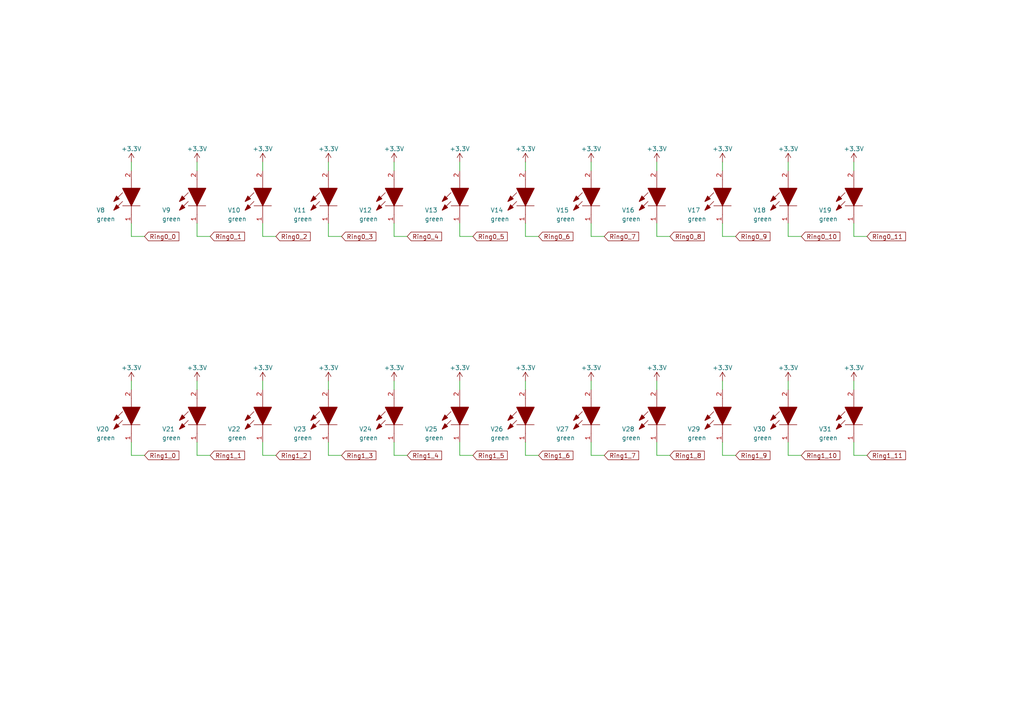
<source format=kicad_sch>
(kicad_sch (version 20211123) (generator eeschema)
  (paper "A4")
  (title_block (title "SmartWatch - [4] LEDs") (date "2022-06-19") (comment 4 "Simon Brenninger"))
  (lib_symbols
    (symbol "LED green:150080GS75000" (pin_names (offset 0.762))
      (property "Reference" "LED" (at 12.7 8.89 0))
      (property "Value" "150080GS75000" (at 12.7 6.35 0))
      (symbol "150080GS75000_0_0"
        (pin passive line (at 0 0 0) (length 2.54) (name "~") (number "1"))
        (pin passive line (at 15.24 0 180) (length 2.54) (name "~") (number "2"))
      )
      (symbol "150080GS75000_0_1"
        (polyline (pts (xy 2.54 0) (xy 5.08 0)) (stroke (width 0.1524)))
        (polyline (pts (xy 5.08 2.54) (xy 5.08 -2.54)) (stroke (width 0.1524)))
        (polyline (pts (xy 6.35 2.54) (xy 3.81 5.08)) (stroke (width 0.1524)))
        (polyline (pts (xy 8.89 2.54) (xy 6.35 5.08)) (stroke (width 0.1524)))
        (polyline (pts (xy 10.16 0) (xy 12.7 0)) (stroke (width 0.1524)))
        (polyline (pts (xy 5.08 0) (xy 10.16 2.54) (xy 10.16 -2.54) (xy 5.08 0)) (stroke (width 0.254)) (fill (type outline)))
        (polyline (pts (xy 5.334 4.318) (xy 4.572 3.556) (xy 3.81 5.08) (xy 5.334 4.318)) (stroke (width 0.254)) (fill (type outline)))
        (polyline (pts (xy 7.874 4.318) (xy 7.112 3.556) (xy 6.35 5.08) (xy 7.874 4.318)) (stroke (width 0.254)) (fill (type outline)))
      )
    )
    (symbol "power:+3.3V" (power) (pin_names (offset 0))
      (property "Value" "+3.3V" (at 0 3.556 0))
      (symbol "+3.3V_0_1"
        (polyline (pts (xy -0.762 1.27) (xy 0 2.54)))
        (polyline (pts (xy 0 0) (xy 0 2.54)))
        (polyline (pts (xy 0 2.54) (xy 0.762 1.27)))
      )
      (symbol "+3.3V_1_1"
        (pin power_in line (at 0 0 90) (length 0) hide (name "+3.3V") (number "1"))
      )
    )
  )
  (wire (pts (xy 76.2 128.27) (xy 76.2 132.08)))
  (wire (pts (xy 209.55 64.77) (xy 209.55 68.58)))
  (wire (pts (xy 209.55 46.99) (xy 209.55 49.53)))
  (wire (pts (xy 57.15 110.49) (xy 57.15 113.03)))
  (wire (pts (xy 114.3 46.99) (xy 114.3 49.53)))
  (wire (pts (xy 247.65 64.77) (xy 247.65 68.58)))
  (wire (pts (xy 228.6 46.99) (xy 228.6 49.53)))
  (wire (pts (xy 190.5 46.99) (xy 190.5 49.53)))
  (wire (pts (xy 247.65 46.99) (xy 247.65 49.53)))
  (wire (pts (xy 209.55 110.49) (xy 209.55 113.03)))
  (wire (pts (xy 152.4 46.99) (xy 152.4 49.53)))
  (wire (pts (xy 38.1 128.27) (xy 38.1 132.08)))
  (wire (pts (xy 247.65 128.27) (xy 247.65 132.08)))
  (wire (pts (xy 114.3 64.77) (xy 114.3 68.58)))
  (wire (pts (xy 152.4 132.08) (xy 156.21 132.08)))
  (wire (pts (xy 76.2 110.49) (xy 76.2 113.03)))
  (wire (pts (xy 95.25 128.27) (xy 95.25 132.08)))
  (wire (pts (xy 38.1 132.08) (xy 41.91 132.08)))
  (wire (pts (xy 95.25 132.08) (xy 99.06 132.08)))
  (wire (pts (xy 152.4 64.77) (xy 152.4 68.58)))
  (wire (pts (xy 57.15 64.77) (xy 57.15 68.58)))
  (wire (pts (xy 57.15 132.08) (xy 60.96 132.08)))
  (wire (pts (xy 228.6 132.08) (xy 232.41 132.08)))
  (wire (pts (xy 76.2 68.58) (xy 80.01 68.58)))
  (wire (pts (xy 247.65 110.49) (xy 247.65 113.03)))
  (wire (pts (xy 133.35 68.58) (xy 137.16 68.58)))
  (wire (pts (xy 190.5 128.27) (xy 190.5 132.08)))
  (wire (pts (xy 95.25 46.99) (xy 95.25 49.53)))
  (wire (pts (xy 133.35 132.08) (xy 137.16 132.08)))
  (wire (pts (xy 57.15 46.99) (xy 57.15 49.53)))
  (wire (pts (xy 171.45 46.99) (xy 171.45 49.53)))
  (wire (pts (xy 95.25 68.58) (xy 99.06 68.58)))
  (wire (pts (xy 209.55 128.27) (xy 209.55 132.08)))
  (wire (pts (xy 247.65 68.58) (xy 251.46 68.58)))
  (wire (pts (xy 38.1 64.77) (xy 38.1 68.58)))
  (wire (pts (xy 114.3 128.27) (xy 114.3 132.08)))
  (wire (pts (xy 190.5 64.77) (xy 190.5 68.58)))
  (wire (pts (xy 57.15 128.27) (xy 57.15 132.08)))
  (wire (pts (xy 133.35 64.77) (xy 133.35 68.58)))
  (wire (pts (xy 209.55 68.58) (xy 213.36 68.58)))
  (wire (pts (xy 171.45 68.58) (xy 175.26 68.58)))
  (wire (pts (xy 133.35 46.99) (xy 133.35 49.53)))
  (wire (pts (xy 171.45 128.27) (xy 171.45 132.08)))
  (wire (pts (xy 190.5 132.08) (xy 194.31 132.08)))
  (wire (pts (xy 133.35 110.49) (xy 133.35 113.03)))
  (wire (pts (xy 114.3 68.58) (xy 118.11 68.58)))
  (wire (pts (xy 133.35 128.27) (xy 133.35 132.08)))
  (wire (pts (xy 190.5 68.58) (xy 194.31 68.58)))
  (wire (pts (xy 57.15 68.58) (xy 60.96 68.58)))
  (wire (pts (xy 209.55 132.08) (xy 213.36 132.08)))
  (wire (pts (xy 38.1 68.58) (xy 41.91 68.58)))
  (wire (pts (xy 228.6 110.49) (xy 228.6 113.03)))
  (wire (pts (xy 76.2 132.08) (xy 80.01 132.08)))
  (wire (pts (xy 95.25 64.77) (xy 95.25 68.58)))
  (wire (pts (xy 76.2 46.99) (xy 76.2 49.53)))
  (wire (pts (xy 114.3 110.49) (xy 114.3 113.03)))
  (wire (pts (xy 190.5 110.49) (xy 190.5 113.03)))
  (wire (pts (xy 171.45 110.49) (xy 171.45 113.03)))
  (wire (pts (xy 228.6 64.77) (xy 228.6 68.58)))
  (wire (pts (xy 95.25 110.49) (xy 95.25 113.03)))
  (wire (pts (xy 76.2 64.77) (xy 76.2 68.58)))
  (wire (pts (xy 152.4 110.49) (xy 152.4 113.03)))
  (wire (pts (xy 114.3 132.08) (xy 118.11 132.08)))
  (wire (pts (xy 228.6 128.27) (xy 228.6 132.08)))
  (wire (pts (xy 171.45 132.08) (xy 175.26 132.08)))
  (wire (pts (xy 38.1 110.49) (xy 38.1 113.03)))
  (wire (pts (xy 228.6 68.58) (xy 232.41 68.58)))
  (wire (pts (xy 247.65 132.08) (xy 251.46 132.08)))
  (wire (pts (xy 152.4 128.27) (xy 152.4 132.08)))
  (wire (pts (xy 38.1 46.99) (xy 38.1 49.53)))
  (wire (pts (xy 152.4 68.58) (xy 156.21 68.58)))
  (wire (pts (xy 171.45 64.77) (xy 171.45 68.58)))
  (global_label "Ring1_7" (shape input) (at 175.26 132.08 0) (property "Intersheet References" "${INTERSHEET_REFS}" (effects hide)))
  (global_label "Ring1_5" (shape input) (at 137.16 132.08 0) (property "Intersheet References" "${INTERSHEET_REFS}" (effects hide)))
  (global_label "Ring0_3" (shape input) (at 99.06 68.58 0) (property "Intersheet References" "${INTERSHEET_REFS}" (effects hide)))
  (global_label "Ring1_1" (shape input) (at 60.96 132.08 0) (property "Intersheet References" "${INTERSHEET_REFS}" (effects hide)))
  (global_label "Ring1_11" (shape input) (at 251.46 132.08 0) (property "Intersheet References" "${INTERSHEET_REFS}" (effects hide)))
  (global_label "Ring1_10" (shape input) (at 232.41 132.08 0) (property "Intersheet References" "${INTERSHEET_REFS}" (effects hide)))
  (global_label "Ring1_2" (shape input) (at 80.01 132.08 0) (property "Intersheet References" "${INTERSHEET_REFS}" (effects hide)))
  (global_label "Ring0_10" (shape input) (at 232.41 68.58 0) (property "Intersheet References" "${INTERSHEET_REFS}" (effects hide)))
  (global_label "Ring0_5" (shape input) (at 137.16 68.58 0) (property "Intersheet References" "${INTERSHEET_REFS}" (effects hide)))
  (global_label "Ring1_3" (shape input) (at 99.06 132.08 0) (property "Intersheet References" "${INTERSHEET_REFS}" (effects hide)))
  (global_label "Ring0_2" (shape input) (at 80.01 68.58 0) (property "Intersheet References" "${INTERSHEET_REFS}" (effects hide)))
  (global_label "Ring1_4" (shape input) (at 118.11 132.08 0) (property "Intersheet References" "${INTERSHEET_REFS}" (effects hide)))
  (global_label "Ring1_9" (shape input) (at 213.36 132.08 0) (property "Intersheet References" "${INTERSHEET_REFS}" (effects hide)))
  (global_label "Ring1_0" (shape input) (at 41.91 132.08 0) (property "Intersheet References" "${INTERSHEET_REFS}" (effects hide)))
  (global_label "Ring0_11" (shape input) (at 251.46 68.58 0) (property "Intersheet References" "${INTERSHEET_REFS}" (effects hide)))
  (global_label "Ring0_9" (shape input) (at 213.36 68.58 0) (property "Intersheet References" "${INTERSHEET_REFS}" (effects hide)))
  (global_label "Ring1_8" (shape input) (at 194.31 132.08 0) (property "Intersheet References" "${INTERSHEET_REFS}" (effects hide)))
  (global_label "Ring0_8" (shape input) (at 194.31 68.58 0) (property "Intersheet References" "${INTERSHEET_REFS}" (effects hide)))
  (global_label "Ring0_0" (shape input) (at 41.91 68.58 0) (property "Intersheet References" "${INTERSHEET_REFS}" (effects hide)))
  (global_label "Ring1_6" (shape input) (at 156.21 132.08 0) (property "Intersheet References" "${INTERSHEET_REFS}" (effects hide)))
  (global_label "Ring0_6" (shape input) (at 156.21 68.58 0) (property "Intersheet References" "${INTERSHEET_REFS}" (effects hide)))
  (global_label "Ring0_7" (shape input) (at 175.26 68.58 0) (property "Intersheet References" "${INTERSHEET_REFS}" (effects hide)))
  (global_label "Ring0_4" (shape input) (at 118.11 68.58 0) (property "Intersheet References" "${INTERSHEET_REFS}" (effects hide)))
  (global_label "Ring0_1" (shape input) (at 60.96 68.58 0) (property "Intersheet References" "${INTERSHEET_REFS}" (effects hide)))
  (symbol (lib_id "LED green:150080GS75000") (at 76.2 64.77 90) (unit 1)
    (property "Reference" "V10" (at 66.04 60.96 90) (effects (justify right)))
    (property "Value" "green" (at 66.04 63.5 90) (effects (justify right)))
    (property "Footprint" "LED green:LEDM2012X80N" (effects hide))
    (property "Datasheet" "https://katalog.we-online.com/led/datasheet/150080GS75000.pdf" (effects hide))
    (property "Description" "150080GS75000, Wurth Elektronik WL-SMCW 520 nm Green LED, 2012 (0805) Clear SMD package" (effects hide))
    (property "Height" "0.8" (effects hide))
    (property "Mouser Part Number" "710-150080GS75000" (effects hide))
    (property "Mouser Price/Stock" "https://www.mouser.co.uk/ProductDetail/Wurth-Elektronik/150080GS75000?qs=2kOmHSv6VfQRoTEZVk1mGA%3D%3D" (effects hide))
    (property "Manufacturer_Name" "Wurth Elektronik" (effects hide))
    (property "Manufacturer_Part_Number" "150080GS75000" (effects hide))
  )
  (symbol (lib_id "power:+3.3V") (at 171.45 46.99 0) (unit 1)
    (property "Reference" "#PWR057" (effects hide))
    (property "Value" "+3.3V" (at 171.45 43.18 0))
  )
  (symbol (lib_id "LED green:150080GS75000") (at 133.35 64.77 90) (unit 1)
    (property "Reference" "V13" (at 123.19 60.96 90) (effects (justify right)))
    (property "Value" "green" (at 123.19 63.5 90) (effects (justify right)))
    (property "Footprint" "LED green:LEDM2012X80N" (effects hide))
    (property "Datasheet" "https://katalog.we-online.com/led/datasheet/150080GS75000.pdf" (effects hide))
    (property "Description" "150080GS75000, Wurth Elektronik WL-SMCW 520 nm Green LED, 2012 (0805) Clear SMD package" (effects hide))
    (property "Height" "0.8" (effects hide))
    (property "Mouser Part Number" "710-150080GS75000" (effects hide))
    (property "Mouser Price/Stock" "https://www.mouser.co.uk/ProductDetail/Wurth-Elektronik/150080GS75000?qs=2kOmHSv6VfQRoTEZVk1mGA%3D%3D" (effects hide))
    (property "Manufacturer_Name" "Wurth Elektronik" (effects hide))
    (property "Manufacturer_Part_Number" "150080GS75000" (effects hide))
  )
  (symbol (lib_id "power:+3.3V") (at 228.6 110.49 0) (unit 1)
    (property "Reference" "#PWR072" (effects hide))
    (property "Value" "+3.3V" (at 228.6 106.68 0))
  )
  (symbol (lib_id "power:+3.3V") (at 95.25 46.99 0) (unit 1)
    (property "Reference" "#PWR053" (effects hide))
    (property "Value" "+3.3V" (at 95.25 43.18 0))
  )
  (symbol (lib_id "LED green:150080GS75000") (at 171.45 64.77 90) (unit 1)
    (property "Reference" "V15" (at 161.29 60.96 90) (effects (justify right)))
    (property "Value" "green" (at 161.29 63.5 90) (effects (justify right)))
    (property "Footprint" "LED green:LEDM2012X80N" (effects hide))
    (property "Datasheet" "https://katalog.we-online.com/led/datasheet/150080GS75000.pdf" (effects hide))
    (property "Description" "150080GS75000, Wurth Elektronik WL-SMCW 520 nm Green LED, 2012 (0805) Clear SMD package" (effects hide))
    (property "Height" "0.8" (effects hide))
    (property "Mouser Part Number" "710-150080GS75000" (effects hide))
    (property "Mouser Price/Stock" "https://www.mouser.co.uk/ProductDetail/Wurth-Elektronik/150080GS75000?qs=2kOmHSv6VfQRoTEZVk1mGA%3D%3D" (effects hide))
    (property "Manufacturer_Name" "Wurth Elektronik" (effects hide))
    (property "Manufacturer_Part_Number" "150080GS75000" (effects hide))
  )
  (symbol (lib_id "LED green:150080GS75000") (at 152.4 64.77 90) (unit 1)
    (property "Reference" "V14" (at 142.24 60.96 90) (effects (justify right)))
    (property "Value" "green" (at 142.24 63.5 90) (effects (justify right)))
    (property "Footprint" "LED green:LEDM2012X80N" (effects hide))
    (property "Datasheet" "https://katalog.we-online.com/led/datasheet/150080GS75000.pdf" (effects hide))
    (property "Description" "150080GS75000, Wurth Elektronik WL-SMCW 520 nm Green LED, 2012 (0805) Clear SMD package" (effects hide))
    (property "Height" "0.8" (effects hide))
    (property "Mouser Part Number" "710-150080GS75000" (effects hide))
    (property "Mouser Price/Stock" "https://www.mouser.co.uk/ProductDetail/Wurth-Elektronik/150080GS75000?qs=2kOmHSv6VfQRoTEZVk1mGA%3D%3D" (effects hide))
    (property "Manufacturer_Name" "Wurth Elektronik" (effects hide))
    (property "Manufacturer_Part_Number" "150080GS75000" (effects hide))
  )
  (symbol (lib_id "LED green:150080GS75000") (at 38.1 128.27 90) (unit 1)
    (property "Reference" "V20" (at 27.94 124.46 90) (effects (justify right)))
    (property "Value" "green" (at 27.94 127 90) (effects (justify right)))
    (property "Footprint" "LED green:LEDM2012X80N" (effects hide))
    (property "Datasheet" "https://katalog.we-online.com/led/datasheet/150080GS75000.pdf" (effects hide))
    (property "Description" "150080GS75000, Wurth Elektronik WL-SMCW 520 nm Green LED, 2012 (0805) Clear SMD package" (effects hide))
    (property "Height" "0.8" (effects hide))
    (property "Mouser Part Number" "710-150080GS75000" (effects hide))
    (property "Mouser Price/Stock" "https://www.mouser.co.uk/ProductDetail/Wurth-Elektronik/150080GS75000?qs=2kOmHSv6VfQRoTEZVk1mGA%3D%3D" (effects hide))
    (property "Manufacturer_Name" "Wurth Elektronik" (effects hide))
    (property "Manufacturer_Part_Number" "150080GS75000" (effects hide))
  )
  (symbol (lib_id "LED green:150080GS75000") (at 171.45 128.27 90) (unit 1)
    (property "Reference" "V27" (at 161.29 124.46 90) (effects (justify right)))
    (property "Value" "green" (at 161.29 127 90) (effects (justify right)))
    (property "Footprint" "LED green:LEDM2012X80N" (effects hide))
    (property "Datasheet" "https://katalog.we-online.com/led/datasheet/150080GS75000.pdf" (effects hide))
    (property "Description" "150080GS75000, Wurth Elektronik WL-SMCW 520 nm Green LED, 2012 (0805) Clear SMD package" (effects hide))
    (property "Height" "0.8" (effects hide))
    (property "Mouser Part Number" "710-150080GS75000" (effects hide))
    (property "Mouser Price/Stock" "https://www.mouser.co.uk/ProductDetail/Wurth-Elektronik/150080GS75000?qs=2kOmHSv6VfQRoTEZVk1mGA%3D%3D" (effects hide))
    (property "Manufacturer_Name" "Wurth Elektronik" (effects hide))
    (property "Manufacturer_Part_Number" "150080GS75000" (effects hide))
  )
  (symbol (lib_id "power:+3.3V") (at 133.35 110.49 0) (unit 1)
    (property "Reference" "#PWR067" (effects hide))
    (property "Value" "+3.3V" (at 133.35 106.68 0))
  )
  (symbol (lib_id "power:+3.3V") (at 190.5 46.99 0) (unit 1)
    (property "Reference" "#PWR058" (effects hide))
    (property "Value" "+3.3V" (at 190.5 43.18 0))
  )
  (symbol (lib_id "LED green:150080GS75000") (at 38.1 64.77 90) (unit 1)
    (property "Reference" "V8" (at 27.94 60.96 90) (effects (justify right)))
    (property "Value" "green" (at 27.94 63.5 90) (effects (justify right)))
    (property "Footprint" "LED green:LEDM2012X80N" (effects hide))
    (property "Datasheet" "https://katalog.we-online.com/led/datasheet/150080GS75000.pdf" (effects hide))
    (property "Description" "150080GS75000, Wurth Elektronik WL-SMCW 520 nm Green LED, 2012 (0805) Clear SMD package" (effects hide))
    (property "Height" "0.8" (effects hide))
    (property "Mouser Part Number" "710-150080GS75000" (effects hide))
    (property "Mouser Price/Stock" "https://www.mouser.co.uk/ProductDetail/Wurth-Elektronik/150080GS75000?qs=2kOmHSv6VfQRoTEZVk1mGA%3D%3D" (effects hide))
    (property "Manufacturer_Name" "Wurth Elektronik" (effects hide))
    (property "Manufacturer_Part_Number" "150080GS75000" (effects hide))
  )
  (symbol (lib_id "LED green:150080GS75000") (at 247.65 128.27 90) (unit 1)
    (property "Reference" "V31" (at 237.49 124.46 90) (effects (justify right)))
    (property "Value" "green" (at 237.49 127 90) (effects (justify right)))
    (property "Footprint" "LED green:LEDM2012X80N" (effects hide))
    (property "Datasheet" "https://katalog.we-online.com/led/datasheet/150080GS75000.pdf" (effects hide))
    (property "Description" "150080GS75000, Wurth Elektronik WL-SMCW 520 nm Green LED, 2012 (0805) Clear SMD package" (effects hide))
    (property "Height" "0.8" (effects hide))
    (property "Mouser Part Number" "710-150080GS75000" (effects hide))
    (property "Mouser Price/Stock" "https://www.mouser.co.uk/ProductDetail/Wurth-Elektronik/150080GS75000?qs=2kOmHSv6VfQRoTEZVk1mGA%3D%3D" (effects hide))
    (property "Manufacturer_Name" "Wurth Elektronik" (effects hide))
    (property "Manufacturer_Part_Number" "150080GS75000" (effects hide))
  )
  (symbol (lib_id "power:+3.3V") (at 171.45 110.49 0) (unit 1)
    (property "Reference" "#PWR069" (effects hide))
    (property "Value" "+3.3V" (at 171.45 106.68 0))
  )
  (symbol (lib_id "LED green:150080GS75000") (at 57.15 64.77 90) (unit 1)
    (property "Reference" "V9" (at 46.99 60.96 90) (effects (justify right)))
    (property "Value" "green" (at 46.99 63.5 90) (effects (justify right)))
    (property "Footprint" "LED green:LEDM2012X80N" (effects hide))
    (property "Datasheet" "https://katalog.we-online.com/led/datasheet/150080GS75000.pdf" (effects hide))
    (property "Description" "150080GS75000, Wurth Elektronik WL-SMCW 520 nm Green LED, 2012 (0805) Clear SMD package" (effects hide))
    (property "Height" "0.8" (effects hide))
    (property "Mouser Part Number" "710-150080GS75000" (effects hide))
    (property "Mouser Price/Stock" "https://www.mouser.co.uk/ProductDetail/Wurth-Elektronik/150080GS75000?qs=2kOmHSv6VfQRoTEZVk1mGA%3D%3D" (effects hide))
    (property "Manufacturer_Name" "Wurth Elektronik" (effects hide))
    (property "Manufacturer_Part_Number" "150080GS75000" (effects hide))
  )
  (symbol (lib_id "LED green:150080GS75000") (at 209.55 128.27 90) (unit 1)
    (property "Reference" "V29" (at 199.39 124.46 90) (effects (justify right)))
    (property "Value" "green" (at 199.39 127 90) (effects (justify right)))
    (property "Footprint" "LED green:LEDM2012X80N" (effects hide))
    (property "Datasheet" "https://katalog.we-online.com/led/datasheet/150080GS75000.pdf" (effects hide))
    (property "Description" "150080GS75000, Wurth Elektronik WL-SMCW 520 nm Green LED, 2012 (0805) Clear SMD package" (effects hide))
    (property "Height" "0.8" (effects hide))
    (property "Mouser Part Number" "710-150080GS75000" (effects hide))
    (property "Mouser Price/Stock" "https://www.mouser.co.uk/ProductDetail/Wurth-Elektronik/150080GS75000?qs=2kOmHSv6VfQRoTEZVk1mGA%3D%3D" (effects hide))
    (property "Manufacturer_Name" "Wurth Elektronik" (effects hide))
    (property "Manufacturer_Part_Number" "150080GS75000" (effects hide))
  )
  (symbol (lib_id "LED green:150080GS75000") (at 228.6 64.77 90) (unit 1)
    (property "Reference" "V18" (at 218.44 60.96 90) (effects (justify right)))
    (property "Value" "green" (at 218.44 63.5 90) (effects (justify right)))
    (property "Footprint" "LED green:LEDM2012X80N" (effects hide))
    (property "Datasheet" "https://katalog.we-online.com/led/datasheet/150080GS75000.pdf" (effects hide))
    (property "Description" "150080GS75000, Wurth Elektronik WL-SMCW 520 nm Green LED, 2012 (0805) Clear SMD package" (effects hide))
    (property "Height" "0.8" (effects hide))
    (property "Mouser Part Number" "710-150080GS75000" (effects hide))
    (property "Mouser Price/Stock" "https://www.mouser.co.uk/ProductDetail/Wurth-Elektronik/150080GS75000?qs=2kOmHSv6VfQRoTEZVk1mGA%3D%3D" (effects hide))
    (property "Manufacturer_Name" "Wurth Elektronik" (effects hide))
    (property "Manufacturer_Part_Number" "150080GS75000" (effects hide))
  )
  (symbol (lib_id "power:+3.3V") (at 57.15 46.99 0) (unit 1)
    (property "Reference" "#PWR051" (effects hide))
    (property "Value" "+3.3V" (at 57.15 43.18 0))
  )
  (symbol (lib_id "power:+3.3V") (at 95.25 110.49 0) (unit 1)
    (property "Reference" "#PWR065" (effects hide))
    (property "Value" "+3.3V" (at 95.25 106.68 0))
  )
  (symbol (lib_id "LED green:150080GS75000") (at 228.6 128.27 90) (unit 1)
    (property "Reference" "V30" (at 218.44 124.46 90) (effects (justify right)))
    (property "Value" "green" (at 218.44 127 90) (effects (justify right)))
    (property "Footprint" "LED green:LEDM2012X80N" (effects hide))
    (property "Datasheet" "https://katalog.we-online.com/led/datasheet/150080GS75000.pdf" (effects hide))
    (property "Description" "150080GS75000, Wurth Elektronik WL-SMCW 520 nm Green LED, 2012 (0805) Clear SMD package" (effects hide))
    (property "Height" "0.8" (effects hide))
    (property "Mouser Part Number" "710-150080GS75000" (effects hide))
    (property "Mouser Price/Stock" "https://www.mouser.co.uk/ProductDetail/Wurth-Elektronik/150080GS75000?qs=2kOmHSv6VfQRoTEZVk1mGA%3D%3D" (effects hide))
    (property "Manufacturer_Name" "Wurth Elektronik" (effects hide))
    (property "Manufacturer_Part_Number" "150080GS75000" (effects hide))
  )
  (symbol (lib_id "power:+3.3V") (at 57.15 110.49 0) (unit 1)
    (property "Reference" "#PWR063" (effects hide))
    (property "Value" "+3.3V" (at 57.15 106.68 0))
  )
  (symbol (lib_id "LED green:150080GS75000") (at 247.65 64.77 90) (unit 1)
    (property "Reference" "V19" (at 237.49 60.96 90) (effects (justify right)))
    (property "Value" "green" (at 237.49 63.5 90) (effects (justify right)))
    (property "Footprint" "LED green:LEDM2012X80N" (effects hide))
    (property "Datasheet" "https://katalog.we-online.com/led/datasheet/150080GS75000.pdf" (effects hide))
    (property "Description" "150080GS75000, Wurth Elektronik WL-SMCW 520 nm Green LED, 2012 (0805) Clear SMD package" (effects hide))
    (property "Height" "0.8" (effects hide))
    (property "Mouser Part Number" "710-150080GS75000" (effects hide))
    (property "Mouser Price/Stock" "https://www.mouser.co.uk/ProductDetail/Wurth-Elektronik/150080GS75000?qs=2kOmHSv6VfQRoTEZVk1mGA%3D%3D" (effects hide))
    (property "Manufacturer_Name" "Wurth Elektronik" (effects hide))
    (property "Manufacturer_Part_Number" "150080GS75000" (effects hide))
  )
  (symbol (lib_id "LED green:150080GS75000") (at 114.3 64.77 90) (unit 1)
    (property "Reference" "V12" (at 104.14 60.96 90) (effects (justify right)))
    (property "Value" "green" (at 104.14 63.5 90) (effects (justify right)))
    (property "Footprint" "LED green:LEDM2012X80N" (effects hide))
    (property "Datasheet" "https://katalog.we-online.com/led/datasheet/150080GS75000.pdf" (effects hide))
    (property "Description" "150080GS75000, Wurth Elektronik WL-SMCW 520 nm Green LED, 2012 (0805) Clear SMD package" (effects hide))
    (property "Height" "0.8" (effects hide))
    (property "Mouser Part Number" "710-150080GS75000" (effects hide))
    (property "Mouser Price/Stock" "https://www.mouser.co.uk/ProductDetail/Wurth-Elektronik/150080GS75000?qs=2kOmHSv6VfQRoTEZVk1mGA%3D%3D" (effects hide))
    (property "Manufacturer_Name" "Wurth Elektronik" (effects hide))
    (property "Manufacturer_Part_Number" "150080GS75000" (effects hide))
  )
  (symbol (lib_id "LED green:150080GS75000") (at 133.35 128.27 90) (unit 1)
    (property "Reference" "V25" (at 123.19 124.46 90) (effects (justify right)))
    (property "Value" "green" (at 123.19 127 90) (effects (justify right)))
    (property "Footprint" "LED green:LEDM2012X80N" (effects hide))
    (property "Datasheet" "https://katalog.we-online.com/led/datasheet/150080GS75000.pdf" (effects hide))
    (property "Description" "150080GS75000, Wurth Elektronik WL-SMCW 520 nm Green LED, 2012 (0805) Clear SMD package" (effects hide))
    (property "Height" "0.8" (effects hide))
    (property "Mouser Part Number" "710-150080GS75000" (effects hide))
    (property "Mouser Price/Stock" "https://www.mouser.co.uk/ProductDetail/Wurth-Elektronik/150080GS75000?qs=2kOmHSv6VfQRoTEZVk1mGA%3D%3D" (effects hide))
    (property "Manufacturer_Name" "Wurth Elektronik" (effects hide))
    (property "Manufacturer_Part_Number" "150080GS75000" (effects hide))
  )
  (symbol (lib_id "power:+3.3V") (at 114.3 110.49 0) (unit 1)
    (property "Reference" "#PWR066" (effects hide))
    (property "Value" "+3.3V" (at 114.3 106.68 0))
  )
  (symbol (lib_id "LED green:150080GS75000") (at 114.3 128.27 90) (unit 1)
    (property "Reference" "V24" (at 104.14 124.46 90) (effects (justify right)))
    (property "Value" "green" (at 104.14 127 90) (effects (justify right)))
    (property "Footprint" "LED green:LEDM2012X80N" (effects hide))
    (property "Datasheet" "https://katalog.we-online.com/led/datasheet/150080GS75000.pdf" (effects hide))
    (property "Description" "150080GS75000, Wurth Elektronik WL-SMCW 520 nm Green LED, 2012 (0805) Clear SMD package" (effects hide))
    (property "Height" "0.8" (effects hide))
    (property "Mouser Part Number" "710-150080GS75000" (effects hide))
    (property "Mouser Price/Stock" "https://www.mouser.co.uk/ProductDetail/Wurth-Elektronik/150080GS75000?qs=2kOmHSv6VfQRoTEZVk1mGA%3D%3D" (effects hide))
    (property "Manufacturer_Name" "Wurth Elektronik" (effects hide))
    (property "Manufacturer_Part_Number" "150080GS75000" (effects hide))
  )
  (symbol (lib_id "power:+3.3V") (at 152.4 110.49 0) (unit 1)
    (property "Reference" "#PWR068" (effects hide))
    (property "Value" "+3.3V" (at 152.4 106.68 0))
  )
  (symbol (lib_id "LED green:150080GS75000") (at 190.5 128.27 90) (unit 1)
    (property "Reference" "V28" (at 180.34 124.46 90) (effects (justify right)))
    (property "Value" "green" (at 180.34 127 90) (effects (justify right)))
    (property "Footprint" "LED green:LEDM2012X80N" (effects hide))
    (property "Datasheet" "https://katalog.we-online.com/led/datasheet/150080GS75000.pdf" (effects hide))
    (property "Description" "150080GS75000, Wurth Elektronik WL-SMCW 520 nm Green LED, 2012 (0805) Clear SMD package" (effects hide))
    (property "Height" "0.8" (effects hide))
    (property "Mouser Part Number" "710-150080GS75000" (effects hide))
    (property "Mouser Price/Stock" "https://www.mouser.co.uk/ProductDetail/Wurth-Elektronik/150080GS75000?qs=2kOmHSv6VfQRoTEZVk1mGA%3D%3D" (effects hide))
    (property "Manufacturer_Name" "Wurth Elektronik" (effects hide))
    (property "Manufacturer_Part_Number" "150080GS75000" (effects hide))
  )
  (symbol (lib_id "power:+3.3V") (at 209.55 46.99 0) (unit 1)
    (property "Reference" "#PWR059" (effects hide))
    (property "Value" "+3.3V" (at 209.55 43.18 0))
  )
  (symbol (lib_id "LED green:150080GS75000") (at 57.15 128.27 90) (unit 1)
    (property "Reference" "V21" (at 46.99 124.46 90) (effects (justify right)))
    (property "Value" "green" (at 46.99 127 90) (effects (justify right)))
    (property "Footprint" "LED green:LEDM2012X80N" (effects hide))
    (property "Datasheet" "https://katalog.we-online.com/led/datasheet/150080GS75000.pdf" (effects hide))
    (property "Description" "150080GS75000, Wurth Elektronik WL-SMCW 520 nm Green LED, 2012 (0805) Clear SMD package" (effects hide))
    (property "Height" "0.8" (effects hide))
    (property "Mouser Part Number" "710-150080GS75000" (effects hide))
    (property "Mouser Price/Stock" "https://www.mouser.co.uk/ProductDetail/Wurth-Elektronik/150080GS75000?qs=2kOmHSv6VfQRoTEZVk1mGA%3D%3D" (effects hide))
    (property "Manufacturer_Name" "Wurth Elektronik" (effects hide))
    (property "Manufacturer_Part_Number" "150080GS75000" (effects hide))
  )
  (symbol (lib_id "power:+3.3V") (at 228.6 46.99 0) (unit 1)
    (property "Reference" "#PWR060" (effects hide))
    (property "Value" "+3.3V" (at 228.6 43.18 0))
  )
  (symbol (lib_id "LED green:150080GS75000") (at 95.25 128.27 90) (unit 1)
    (property "Reference" "V23" (at 85.09 124.46 90) (effects (justify right)))
    (property "Value" "green" (at 85.09 127 90) (effects (justify right)))
    (property "Footprint" "LED green:LEDM2012X80N" (effects hide))
    (property "Datasheet" "https://katalog.we-online.com/led/datasheet/150080GS75000.pdf" (effects hide))
    (property "Description" "150080GS75000, Wurth Elektronik WL-SMCW 520 nm Green LED, 2012 (0805) Clear SMD package" (effects hide))
    (property "Height" "0.8" (effects hide))
    (property "Mouser Part Number" "710-150080GS75000" (effects hide))
    (property "Mouser Price/Stock" "https://www.mouser.co.uk/ProductDetail/Wurth-Elektronik/150080GS75000?qs=2kOmHSv6VfQRoTEZVk1mGA%3D%3D" (effects hide))
    (property "Manufacturer_Name" "Wurth Elektronik" (effects hide))
    (property "Manufacturer_Part_Number" "150080GS75000" (effects hide))
  )
  (symbol (lib_id "power:+3.3V") (at 76.2 110.49 0) (unit 1)
    (property "Reference" "#PWR064" (effects hide))
    (property "Value" "+3.3V" (at 76.2 106.68 0))
  )
  (symbol (lib_id "LED green:150080GS75000") (at 209.55 64.77 90) (unit 1)
    (property "Reference" "V17" (at 199.39 60.96 90) (effects (justify right)))
    (property "Value" "green" (at 199.39 63.5 90) (effects (justify right)))
    (property "Footprint" "LED green:LEDM2012X80N" (effects hide))
    (property "Datasheet" "https://katalog.we-online.com/led/datasheet/150080GS75000.pdf" (effects hide))
    (property "Description" "150080GS75000, Wurth Elektronik WL-SMCW 520 nm Green LED, 2012 (0805) Clear SMD package" (effects hide))
    (property "Height" "0.8" (effects hide))
    (property "Mouser Part Number" "710-150080GS75000" (effects hide))
    (property "Mouser Price/Stock" "https://www.mouser.co.uk/ProductDetail/Wurth-Elektronik/150080GS75000?qs=2kOmHSv6VfQRoTEZVk1mGA%3D%3D" (effects hide))
    (property "Manufacturer_Name" "Wurth Elektronik" (effects hide))
    (property "Manufacturer_Part_Number" "150080GS75000" (effects hide))
  )
  (symbol (lib_id "LED green:150080GS75000") (at 76.2 128.27 90) (unit 1)
    (property "Reference" "V22" (at 66.04 124.46 90) (effects (justify right)))
    (property "Value" "green" (at 66.04 127 90) (effects (justify right)))
    (property "Footprint" "LED green:LEDM2012X80N" (effects hide))
    (property "Datasheet" "https://katalog.we-online.com/led/datasheet/150080GS75000.pdf" (effects hide))
    (property "Description" "150080GS75000, Wurth Elektronik WL-SMCW 520 nm Green LED, 2012 (0805) Clear SMD package" (effects hide))
    (property "Height" "0.8" (effects hide))
    (property "Mouser Part Number" "710-150080GS75000" (effects hide))
    (property "Mouser Price/Stock" "https://www.mouser.co.uk/ProductDetail/Wurth-Elektronik/150080GS75000?qs=2kOmHSv6VfQRoTEZVk1mGA%3D%3D" (effects hide))
    (property "Manufacturer_Name" "Wurth Elektronik" (effects hide))
    (property "Manufacturer_Part_Number" "150080GS75000" (effects hide))
  )
  (symbol (lib_id "LED green:150080GS75000") (at 152.4 128.27 90) (unit 1)
    (property "Reference" "V26" (at 142.24 124.46 90) (effects (justify right)))
    (property "Value" "green" (at 142.24 127 90) (effects (justify right)))
    (property "Footprint" "LED green:LEDM2012X80N" (effects hide))
    (property "Datasheet" "https://katalog.we-online.com/led/datasheet/150080GS75000.pdf" (effects hide))
    (property "Description" "150080GS75000, Wurth Elektronik WL-SMCW 520 nm Green LED, 2012 (0805) Clear SMD package" (effects hide))
    (property "Height" "0.8" (effects hide))
    (property "Mouser Part Number" "710-150080GS75000" (effects hide))
    (property "Mouser Price/Stock" "https://www.mouser.co.uk/ProductDetail/Wurth-Elektronik/150080GS75000?qs=2kOmHSv6VfQRoTEZVk1mGA%3D%3D" (effects hide))
    (property "Manufacturer_Name" "Wurth Elektronik" (effects hide))
    (property "Manufacturer_Part_Number" "150080GS75000" (effects hide))
  )
  (symbol (lib_id "power:+3.3V") (at 114.3 46.99 0) (unit 1)
    (property "Reference" "#PWR054" (effects hide))
    (property "Value" "+3.3V" (at 114.3 43.18 0))
  )
  (symbol (lib_id "power:+3.3V") (at 133.35 46.99 0) (unit 1)
    (property "Reference" "#PWR055" (effects hide))
    (property "Value" "+3.3V" (at 133.35 43.18 0))
  )
  (symbol (lib_id "power:+3.3V") (at 38.1 46.99 0) (unit 1)
    (property "Reference" "#PWR050" (effects hide))
    (property "Value" "+3.3V" (at 38.1 43.18 0))
  )
  (symbol (lib_id "power:+3.3V") (at 152.4 46.99 0) (unit 1)
    (property "Reference" "#PWR056" (effects hide))
    (property "Value" "+3.3V" (at 152.4 43.18 0))
  )
  (symbol (lib_id "LED green:150080GS75000") (at 95.25 64.77 90) (unit 1)
    (property "Reference" "V11" (at 85.09 60.96 90) (effects (justify right)))
    (property "Value" "green" (at 85.09 63.5 90) (effects (justify right)))
    (property "Footprint" "LED green:LEDM2012X80N" (effects hide))
    (property "Datasheet" "https://katalog.we-online.com/led/datasheet/150080GS75000.pdf" (effects hide))
    (property "Description" "150080GS75000, Wurth Elektronik WL-SMCW 520 nm Green LED, 2012 (0805) Clear SMD package" (effects hide))
    (property "Height" "0.8" (effects hide))
    (property "Mouser Part Number" "710-150080GS75000" (effects hide))
    (property "Mouser Price/Stock" "https://www.mouser.co.uk/ProductDetail/Wurth-Elektronik/150080GS75000?qs=2kOmHSv6VfQRoTEZVk1mGA%3D%3D" (effects hide))
    (property "Manufacturer_Name" "Wurth Elektronik" (effects hide))
    (property "Manufacturer_Part_Number" "150080GS75000" (effects hide))
  )
  (symbol (lib_id "power:+3.3V") (at 247.65 110.49 0) (unit 1)
    (property "Reference" "#PWR073" (effects hide))
    (property "Value" "+3.3V" (at 247.65 106.68 0))
  )
  (symbol (lib_id "power:+3.3V") (at 38.1 110.49 0) (unit 1)
    (property "Reference" "#PWR062" (effects hide))
    (property "Value" "+3.3V" (at 38.1 106.68 0))
  )
  (symbol (lib_id "power:+3.3V") (at 190.5 110.49 0) (unit 1)
    (property "Reference" "#PWR070" (effects hide))
    (property "Value" "+3.3V" (at 190.5 106.68 0))
  )
  (symbol (lib_id "power:+3.3V") (at 247.65 46.99 0) (unit 1)
    (property "Reference" "#PWR061" (effects hide))
    (property "Value" "+3.3V" (at 247.65 43.18 0))
  )
  (symbol (lib_id "power:+3.3V") (at 76.2 46.99 0) (unit 1)
    (property "Reference" "#PWR052" (effects hide))
    (property "Value" "+3.3V" (at 76.2 43.18 0))
  )
  (symbol (lib_id "LED green:150080GS75000") (at 190.5 64.77 90) (unit 1)
    (property "Reference" "V16" (at 180.34 60.96 90) (effects (justify right)))
    (property "Value" "green" (at 180.34 63.5 90) (effects (justify right)))
    (property "Footprint" "LED green:LEDM2012X80N" (effects hide))
    (property "Datasheet" "https://katalog.we-online.com/led/datasheet/150080GS75000.pdf" (effects hide))
    (property "Description" "150080GS75000, Wurth Elektronik WL-SMCW 520 nm Green LED, 2012 (0805) Clear SMD package" (effects hide))
    (property "Height" "0.8" (effects hide))
    (property "Mouser Part Number" "710-150080GS75000" (effects hide))
    (property "Mouser Price/Stock" "https://www.mouser.co.uk/ProductDetail/Wurth-Elektronik/150080GS75000?qs=2kOmHSv6VfQRoTEZVk1mGA%3D%3D" (effects hide))
    (property "Manufacturer_Name" "Wurth Elektronik" (effects hide))
    (property "Manufacturer_Part_Number" "150080GS75000" (effects hide))
  )
  (symbol (lib_id "power:+3.3V") (at 209.55 110.49 0) (unit 1)
    (property "Reference" "#PWR071" (effects hide))
    (property "Value" "+3.3V" (at 209.55 106.68 0))
  )
)
</source>
